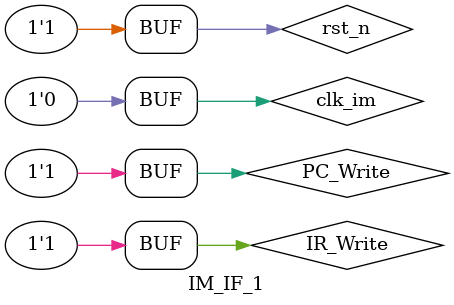
<source format=v>
`timescale 1ns / 1ps


module IM_IF_1;
        reg rst_n;
        reg clk_im;
        reg PC_Write;//pcÐ´ÐÅºÅ
        reg IR_Write;//irÐ´ÐÅºÅ
        wire [31:0] inst;
        
        IM_IF uut(
                .rst_n(rst_n),
                .clk_im(clk_im),
                .PC_Write(PC_Write),//pcÐ´ÐÅºÅ
                .IR_Write(IR_Write),//irÐ´ÐÅºÅ
                .inst(inst)
                );
                
        initial
            begin
                PC_Write = 1;
                IR_Write = 1;
                rst_n = 1;
                clk_im = 0;
             #50;
                rst_n = 0;
             #50;
                rst_n = 1;   
             #50;
                clk_im = 1;
             #50;
                clk_im = 0;
             #50;
                clk_im = 1;
             #50;
                clk_im = 0;  
             #50;
                clk_im = 1;
             #50;
                clk_im = 0;
             #50;
                clk_im = 1;
             #50;
                clk_im = 0;
             #50;
                clk_im = 1;
             #50;
                clk_im = 0;
             #50;
                clk_im = 1;
             #50;
                clk_im = 0;
             #50;
                clk_im = 1;
             #50;
                clk_im = 0;   
                          
            end
       
endmodule

</source>
